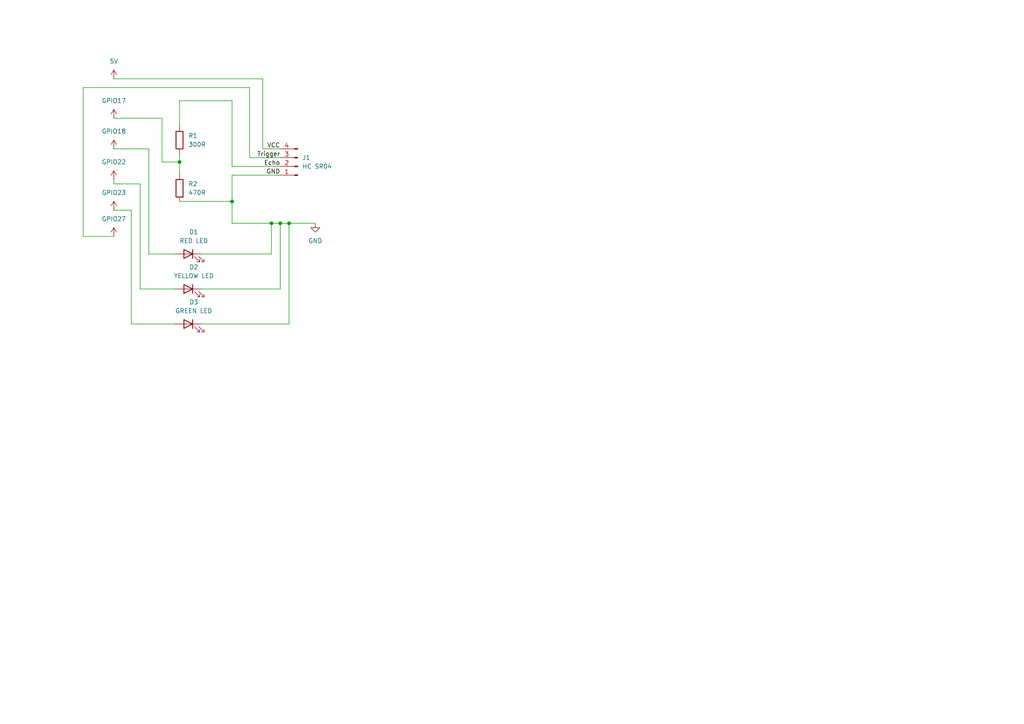
<source format=kicad_sch>
(kicad_sch (version 20231120) (generator "eeschema") (generator_version "8.0")
  (paper "A4")
  (lib_symbols
    (symbol "Connector:Conn_01x04_Pin" (pin_names (offset 1.016) hide)
      (property "Reference" "J" (at 0 5.08 0))
      (property "Value" "Conn_01x04_Pin" (at 0 -7.62 0))
      (symbol "Conn_01x04_Pin_1_1"
        (polyline (pts (xy 1.27 -5.08) (xy 0.8636 -5.08)) (stroke (width 0.1524)))
        (polyline (pts (xy 1.27 -2.54) (xy 0.8636 -2.54)) (stroke (width 0.1524)))
        (polyline (pts (xy 1.27 0) (xy 0.8636 0)) (stroke (width 0.1524)))
        (polyline (pts (xy 1.27 2.54) (xy 0.8636 2.54)) (stroke (width 0.1524)))
        (rectangle (start 0.8636 -4.953) (end 0 -5.207) (stroke (width 0.1524)) (fill (type outline)))
        (rectangle (start 0.8636 -2.413) (end 0 -2.667) (stroke (width 0.1524)) (fill (type outline)))
        (rectangle (start 0.8636 0.127) (end 0 -0.127) (stroke (width 0.1524)) (fill (type outline)))
        (rectangle (start 0.8636 2.667) (end 0 2.413) (stroke (width 0.1524)) (fill (type outline)))
        (pin passive line (at 5.08 2.54 180) (length 3.81) (name "Pin_1") (number "1"))
        (pin passive line (at 5.08 0 180) (length 3.81) (name "Pin_2") (number "2"))
        (pin passive line (at 5.08 -2.54 180) (length 3.81) (name "Pin_3") (number "3"))
        (pin passive line (at 5.08 -5.08 180) (length 3.81) (name "Pin_4") (number "4"))
      )
    )
    (symbol "Device:LED" (pin_numbers hide) (pin_names (offset 1.016) hide)
      (property "Reference" "D" (at 0 2.54 0))
      (property "Value" "LED" (at 0 -2.54 0))
      (symbol "LED_0_1"
        (polyline (pts (xy -1.27 -1.27) (xy -1.27 1.27)) (stroke (width 0.254)))
        (polyline (pts (xy -1.27 0) (xy 1.27 0)))
        (polyline (pts (xy 1.27 -1.27) (xy 1.27 1.27) (xy -1.27 0) (xy 1.27 -1.27)) (stroke (width 0.254)))
        (polyline (pts (xy -3.048 -0.762) (xy -4.572 -2.286) (xy -3.81 -2.286) (xy -4.572 -2.286) (xy -4.572 -1.524)))
        (polyline (pts (xy -1.778 -0.762) (xy -3.302 -2.286) (xy -2.54 -2.286) (xy -3.302 -2.286) (xy -3.302 -1.524)))
      )
      (symbol "LED_1_1"
        (pin passive line (at -3.81 0 0) (length 2.54) (name "K") (number "1"))
        (pin passive line (at 3.81 0 180) (length 2.54) (name "A") (number "2"))
      )
    )
    (symbol "Device:R" (pin_numbers hide) (pin_names (offset 0))
      (property "Reference" "R" (at 2.032 0 90))
      (property "Value" "R" (at 0 0 90))
      (symbol "R_0_1"
        (rectangle (start -1.016 -2.54) (end 1.016 2.54) (stroke (width 0.254)))
      )
      (symbol "R_1_1"
        (pin passive line (at 0 3.81 270) (length 1.27) (name "~") (number "1"))
        (pin passive line (at 0 -3.81 90) (length 1.27) (name "~") (number "2"))
      )
    )
    (symbol "power:GND" (power) (pin_numbers hide) (pin_names (offset 0) hide)
      (property "Value" "GND" (at 0 -3.81 0))
      (symbol "GND_0_1"
        (polyline (pts (xy 0 0) (xy 0 -1.27) (xy 1.27 -1.27) (xy 0 -2.54) (xy -1.27 -1.27) (xy 0 -1.27)))
      )
      (symbol "GND_1_1"
        (pin power_in line (at 0 0 270) (length 0) (name "~") (number "1"))
      )
    )
    (symbol "power:VCC" (power) (pin_numbers hide) (pin_names (offset 0) hide)
      (property "Value" "VCC" (at 0 3.556 0))
      (symbol "VCC_0_1"
        (polyline (pts (xy -0.762 1.27) (xy 0 2.54)))
        (polyline (pts (xy 0 0) (xy 0 2.54)))
        (polyline (pts (xy 0 2.54) (xy 0.762 1.27)))
      )
      (symbol "VCC_1_1"
        (pin power_in line (at 0 0 90) (length 0) (name "~") (number "1"))
      )
    )
  )
  (junction (at 78.74 64.77))
  (junction (at 52.07 46.99))
  (junction (at 67.31 58.42))
  (junction (at 83.82 64.77))
  (junction (at 81.28 64.77))
  (wire (pts (xy 72.39 25.4) (xy 72.39 45.72)))
  (wire (pts (xy 24.13 68.58) (xy 33.02 68.58)))
  (wire (pts (xy 43.18 73.66) (xy 50.8 73.66)))
  (wire (pts (xy 50.8 83.82) (xy 40.64 83.82)))
  (wire (pts (xy 40.64 53.34) (xy 33.02 53.34)))
  (wire (pts (xy 81.28 48.26) (xy 67.31 48.26)))
  (wire (pts (xy 38.1 93.98) (xy 50.8 93.98)))
  (wire (pts (xy 67.31 64.77) (xy 78.74 64.77)))
  (wire (pts (xy 52.07 29.21) (xy 52.07 36.83)))
  (wire (pts (xy 33.02 22.86) (xy 76.2 22.86)))
  (wire (pts (xy 38.1 60.96) (xy 38.1 93.98)))
  (wire (pts (xy 67.31 50.8) (xy 81.28 50.8)))
  (wire (pts (xy 78.74 64.77) (xy 81.28 64.77)))
  (wire (pts (xy 72.39 45.72) (xy 81.28 45.72)))
  (wire (pts (xy 52.07 46.99) (xy 46.99 46.99)))
  (wire (pts (xy 24.13 25.4) (xy 24.13 68.58)))
  (wire (pts (xy 40.64 83.82) (xy 40.64 53.34)))
  (wire (pts (xy 83.82 64.77) (xy 91.44 64.77)))
  (wire (pts (xy 76.2 43.18) (xy 81.28 43.18)))
  (wire (pts (xy 58.42 93.98) (xy 83.82 93.98)))
  (wire (pts (xy 58.42 83.82) (xy 81.28 83.82)))
  (wire (pts (xy 52.07 58.42) (xy 67.31 58.42)))
  (wire (pts (xy 81.28 64.77) (xy 83.82 64.77)))
  (wire (pts (xy 46.99 34.29) (xy 33.02 34.29)))
  (wire (pts (xy 52.07 44.45) (xy 52.07 46.99)))
  (wire (pts (xy 67.31 48.26) (xy 67.31 29.21)))
  (wire (pts (xy 43.18 43.18) (xy 43.18 73.66)))
  (wire (pts (xy 52.07 46.99) (xy 52.07 50.8)))
  (wire (pts (xy 83.82 93.98) (xy 83.82 64.77)))
  (wire (pts (xy 33.02 53.34) (xy 33.02 52.07)))
  (wire (pts (xy 67.31 58.42) (xy 67.31 64.77)))
  (wire (pts (xy 24.13 25.4) (xy 72.39 25.4)))
  (wire (pts (xy 58.42 73.66) (xy 78.74 73.66)))
  (wire (pts (xy 33.02 60.96) (xy 38.1 60.96)))
  (wire (pts (xy 67.31 29.21) (xy 52.07 29.21)))
  (wire (pts (xy 76.2 22.86) (xy 76.2 43.18)))
  (wire (pts (xy 46.99 46.99) (xy 46.99 34.29)))
  (wire (pts (xy 78.74 64.77) (xy 78.74 73.66)))
  (wire (pts (xy 43.18 43.18) (xy 33.02 43.18)))
  (wire (pts (xy 67.31 58.42) (xy 67.31 50.8)))
  (wire (pts (xy 81.28 64.77) (xy 81.28 83.82)))
  (label "GND" (at 81.28 50.8 180))
  (label "Echo" (at 81.28 48.26 180))
  (label "VCC" (at 81.28 43.18 180))
  (label "Trigger" (at 81.28 45.72 180))
  (symbol (lib_id "Connector:Conn_01x04_Pin") (at 86.36 48.26 180) (unit 1)
    (property "Reference" "J1" (at 87.63 45.7199 0) (effects (justify right)))
    (property "Value" "HC SR04" (at 87.63 48.2599 0) (effects (justify right)))
    (property "Description" "Generic connector, single row, 01x04, script generated" (effects (hide yes)))
  )
  (symbol (lib_id "power:VCC") (at 33.02 43.18 0) (unit 1)
    (property "Reference" "#PWR02" (effects (hide yes)))
    (property "Value" "GPIO18" (at 33.02 38.1 0))
    (property "Description" "Power symbol creates a global label with name \"VCC\"" (effects (hide yes)))
  )
  (symbol (lib_id "Device:LED") (at 54.61 73.66 0) (mirror y) (unit 1)
    (property "Reference" "D1" (at 56.1975 67.31 0))
    (property "Value" "RED LED" (at 56.1975 69.85 0))
    (property "Description" "Light emitting diode" (effects (hide yes)))
  )
  (symbol (lib_id "power:VCC") (at 33.02 22.86 0) (unit 1)
    (property "Reference" "#PWR07" (effects (hide yes)))
    (property "Value" "5V" (at 33.02 17.78 0))
    (property "Description" "Power symbol creates a global label with name \"VCC\"" (effects (hide yes)))
  )
  (symbol (lib_id "Device:LED") (at 54.61 83.82 0) (mirror y) (unit 1)
    (property "Reference" "D2" (at 56.1975 77.47 0))
    (property "Value" "YELLOW LED" (at 56.1975 80.01 0))
    (property "Description" "Light emitting diode" (effects (hide yes)))
  )
  (symbol (lib_id "power:VCC") (at 33.02 60.96 0) (unit 1)
    (property "Reference" "#PWR04" (effects (hide yes)))
    (property "Value" "GPIO23" (at 33.02 55.88 0))
    (property "Description" "Power symbol creates a global label with name \"VCC\"" (effects (hide yes)))
  )
  (symbol (lib_id "power:VCC") (at 33.02 34.29 0) (unit 1)
    (property "Reference" "#PWR01" (effects (hide yes)))
    (property "Value" "GPIO17" (at 33.02 29.21 0))
    (property "Description" "Power symbol creates a global label with name \"VCC\"" (effects (hide yes)))
  )
  (symbol (lib_id "Device:LED") (at 54.61 93.98 0) (mirror y) (unit 1)
    (property "Reference" "D3" (at 56.1975 87.63 0))
    (property "Value" "GREEN LED" (at 56.1975 90.17 0))
    (property "Description" "Light emitting diode" (effects (hide yes)))
  )
  (symbol (lib_id "Device:R") (at 52.07 54.61 0) (unit 1)
    (property "Reference" "R2" (at 54.61 53.3399 0) (effects (justify left)))
    (property "Value" "470R" (at 54.61 55.8799 0) (effects (justify left)))
    (property "Description" "Resistor" (effects (hide yes)))
  )
  (symbol (lib_id "power:GND") (at 91.44 64.77 0) (unit 1)
    (property "Reference" "#PWR05" (effects (hide yes)))
    (property "Value" "GND" (at 91.44 69.85 0))
    (property "Description" "Power symbol creates a global label with name \"GND\" , ground" (effects (hide yes)))
  )
  (symbol (lib_id "power:VCC") (at 33.02 52.07 0) (unit 1)
    (property "Reference" "#PWR03" (effects (hide yes)))
    (property "Value" "GPIO22" (at 33.02 46.99 0))
    (property "Description" "Power symbol creates a global label with name \"VCC\"" (effects (hide yes)))
  )
  (symbol (lib_id "power:VCC") (at 33.02 68.58 0) (unit 1)
    (property "Reference" "#PWR06" (effects (hide yes)))
    (property "Value" "GPIO27" (at 33.02 63.5 0))
    (property "Description" "Power symbol creates a global label with name \"VCC\"" (effects (hide yes)))
  )
  (symbol (lib_id "Device:R") (at 52.07 40.64 0) (unit 1)
    (property "Reference" "R1" (at 54.61 39.3699 0) (effects (justify left)))
    (property "Value" "300R" (at 54.61 41.9099 0) (effects (justify left)))
    (property "Description" "Resistor" (effects (hide yes)))
  )
)
</source>
